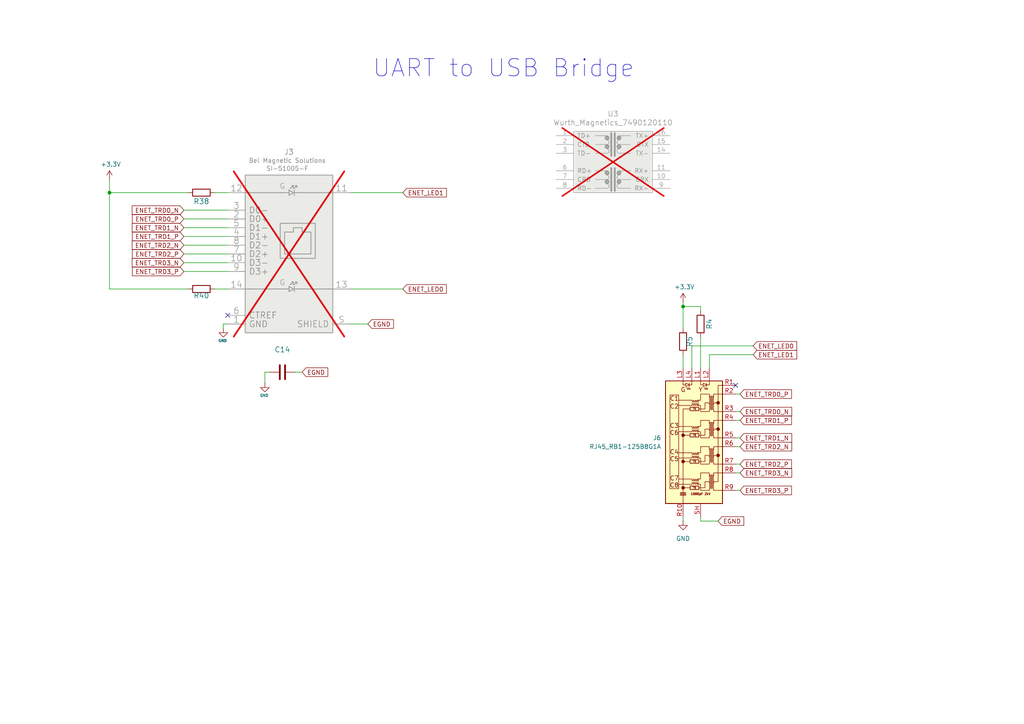
<source format=kicad_sch>
(kicad_sch (version 20231120) (generator "eeschema") (generator_version "8.0")
  (paper "A4")
  (title_block (title "Open Source Educational Baseboard") (date "2020-06-30") (rev "1.1") (company "NVIDIA"))
  (lib_symbols
    (symbol "Connector:RJ45_RB1-125B8G1A" (pin_names hide)
      (property "Reference" "J" (at -7.62 20.32 0))
      (property "Value" "RJ45_RB1-125B8G1A" (at 15.24 20.32 0))
      (symbol "RJ45_RB1-125B8G1A_0_0"
        (circle (center -2.54 -11.938) (radius 0.0001) (stroke (width 0.508)))
        (circle (center -2.54 -4.318) (radius 0.0001) (stroke (width 0.508)))
        (circle (center -2.54 3.302) (radius 0.0001) (stroke (width 0.508)))
        (polyline (pts (xy -0.508 -11.938) (xy -2.54 -11.938)))
        (polyline (pts (xy 0 -10.922) (xy -3.81 -10.922)))
        (polyline (pts (xy 0 -9.398) (xy -3.81 -9.398)))
        (polyline (pts (xy 0 -3.302) (xy -3.81 -3.302)))
        (polyline (pts (xy 0 -1.778) (xy -3.81 -1.778)))
        (polyline (pts (xy 0 4.318) (xy -3.81 4.318)))
        (polyline (pts (xy 0 5.842) (xy -3.81 5.842)))
        (polyline (pts (xy 0 11.938) (xy -3.81 11.938)))
        (polyline (pts (xy 0 13.462) (xy -3.81 13.462)))
        (polyline (pts (xy 6.35 5.08) (xy 7.62 5.08)))
        (polyline (pts (xy 7.62 -2.54) (xy 6.35 -2.54)))
        (polyline (pts (xy 7.62 12.7) (xy 6.35 12.7)))
        (polyline (pts (xy 2.032 -11.938) (xy 3.81 -11.938) (xy 3.81 -10.16) (xy 5.08 -10.16)))
        (polyline (pts (xy 2.032 -4.318) (xy 3.81 -4.318) (xy 3.81 -2.54) (xy 5.08 -2.54)))
        (polyline (pts (xy 2.032 3.302) (xy 3.81 3.302) (xy 3.81 5.08) (xy 5.08 5.08)))
        (polyline (pts (xy 2.032 10.922) (xy 3.81 10.922) (xy 3.81 12.7) (xy 5.08 12.7)))
        (circle (center 7.62 -2.54) (radius 0.0001) (stroke (width 0.508)))
        (circle (center 7.62 5.08) (radius 0.0001) (stroke (width 0.508)))
        (circle (center 7.62 12.7) (radius 0.0001) (stroke (width 0.508)))
        (text "1000pF 2kV" (at 2.54 -13.716 0) (effects (font (size 0.635 0.635))))
        (text "C1" (at -5.08 13.97 0) (effects (font (size 1.27 1.27))))
        (text "C2" (at -5.08 11.684 0) (effects (font (size 1.27 1.27))))
        (text "C3" (at -5.08 6.096 0) (effects (font (size 1.27 1.27))))
        (text "C4" (at -5.08 -1.524 0) (effects (font (size 1.27 1.27))))
        (text "C5" (at -5.08 -3.556 0) (effects (font (size 1.27 1.27))))
        (text "C6" (at -5.08 4.064 0) (effects (font (size 1.27 1.27))))
        (text "C7" (at -5.08 -9.144 0) (effects (font (size 1.27 1.27))))
        (text "C8" (at -5.08 -11.176 0) (effects (font (size 1.27 1.27))))
        (text "G" (at -2.54 16.51 0) (effects (font (size 1.27 1.27))))
        (text "Y" (at 2.54 16.51 0) (effects (font (size 1.27 1.27))))
      )
      (symbol "RJ45_RB1-125B8G1A_0_1"
        (rectangle (start -7.62 19.05) (end 8.89 -16.51) (stroke (width 0.254)) (fill (type background)))
        (rectangle (start -3.81 -12.192) (end -6.35 14.986))
        (rectangle (start -0.508 -12.446) (end 2.032 -11.43) (stroke (width 0.2032)))
        (rectangle (start -0.508 -4.826) (end 2.032 -3.81) (stroke (width 0.2032)))
        (rectangle (start -0.508 2.794) (end 2.032 3.81) (stroke (width 0.2032)))
        (rectangle (start -0.508 10.414) (end 2.032 11.43) (stroke (width 0.2032)))
        (arc (start 0 -9.398) (mid 0.254 -9.6509) (end 0.508 -9.398))
        (arc (start 0 -1.778) (mid 0.254 -2.0309) (end 0.508 -1.778))
        (polyline (pts (xy -3.302 -13.97) (xy -1.778 -13.97)) (stroke (width 0.3302)))
        (polyline (pts (xy -3.302 -13.462) (xy -1.778 -13.462)) (stroke (width 0.3048)))
        (polyline (pts (xy -2.54 -16.51) (xy -2.54 -13.97)))
        (polyline (pts (xy -2.54 3.302) (xy -0.508 3.302)))
        (polyline (pts (xy -1.016 16.637) (xy -1.524 17.145)))
        (polyline (pts (xy -0.762 18.415) (xy -0.762 17.399)))
        (polyline (pts (xy -0.508 -4.318) (xy -2.54 -4.318)))
        (polyline (pts (xy -0.508 16.637) (xy -1.016 17.145)))
        (polyline (pts (xy 0 -10.414) (xy 2.032 -10.414)))
        (polyline (pts (xy 0 -2.794) (xy 2.032 -2.794)))
        (polyline (pts (xy 0 4.826) (xy 2.032 4.826)))
        (polyline (pts (xy 0 12.446) (xy 2.032 12.446)))
        (polyline (pts (xy 2.032 -9.906) (xy 0 -9.906)))
        (polyline (pts (xy 2.032 -2.286) (xy 0 -2.286)))
        (polyline (pts (xy 2.032 5.334) (xy 0 5.334)))
        (polyline (pts (xy 2.032 12.954) (xy 0 12.954)))
        (polyline (pts (xy 4.064 16.637) (xy 3.556 17.145)))
        (polyline (pts (xy 4.318 18.415) (xy 4.318 17.399)))
        (polyline (pts (xy 4.572 16.637) (xy 4.064 17.145)))
        (polyline (pts (xy 5.588 -8.128) (xy 5.588 -12.192)))
        (polyline (pts (xy 5.588 -0.508) (xy 5.588 -4.572)))
        (polyline (pts (xy 5.588 7.112) (xy 5.588 3.048)))
        (polyline (pts (xy 5.588 14.732) (xy 5.588 10.668)))
        (polyline (pts (xy 5.842 -12.192) (xy 5.842 -8.128)))
        (polyline (pts (xy 5.842 -4.572) (xy 5.842 -0.508)))
        (polyline (pts (xy 5.842 3.048) (xy 5.842 7.112)))
        (polyline (pts (xy 5.842 10.668) (xy 5.842 14.732)))
        (polyline (pts (xy -2.54 -13.462) (xy -2.54 10.922) (xy -0.508 10.922)))
        (polyline (pts (xy -2.54 19.05) (xy -2.54 17.907) (xy -1.778 17.907)))
        (polyline (pts (xy -1.016 16.891) (xy -1.016 16.637) (xy -1.27 16.637)))
        (polyline (pts (xy -0.508 16.891) (xy -0.508 16.637) (xy -0.762 16.637)))
        (polyline (pts (xy 0 19.05) (xy 0 17.907) (xy -0.762 17.907)))
        (polyline (pts (xy 2.54 19.05) (xy 2.54 17.907) (xy 3.302 17.907)))
        (polyline (pts (xy 4.064 16.891) (xy 4.064 16.637) (xy 3.81 16.637)))
        (polyline (pts (xy 4.572 16.891) (xy 4.572 16.637) (xy 4.318 16.637)))
        (polyline (pts (xy 5.08 19.05) (xy 5.08 17.907) (xy 4.318 17.907)))
        (polyline (pts (xy 6.35 -12.192) (xy 6.35 -12.7) (xy 8.89 -12.7)))
        (polyline (pts (xy 6.35 -8.128) (xy 6.35 -7.62) (xy 8.89 -7.62)))
        (polyline (pts (xy 6.35 -4.572) (xy 6.35 -5.08) (xy 8.89 -5.08)))
        (polyline (pts (xy 6.35 -0.508) (xy 6.35 0) (xy 8.89 0)))
        (polyline (pts (xy 6.35 3.048) (xy 6.35 2.54) (xy 8.89 2.54)))
        (polyline (pts (xy 6.35 7.112) (xy 6.35 7.62) (xy 8.89 7.62)))
        (polyline (pts (xy 6.35 10.668) (xy 6.35 10.16) (xy 8.89 10.16)))
        (polyline (pts (xy 6.35 14.732) (xy 6.35 15.24) (xy 8.89 15.24)))
        (polyline (pts (xy -0.762 17.907) (xy -1.778 18.415) (xy -1.778 17.399) (xy -0.762 17.907)))
        (polyline (pts (xy 4.318 17.907) (xy 3.302 18.415) (xy 3.302 17.399) (xy 4.318 17.907)))
        (polyline (pts (xy 8.89 17.78) (xy 7.62 17.78) (xy 7.62 -10.16) (xy 6.35 -10.16)))
        (polyline (pts (xy 2.032 -9.398) (xy 2.54 -9.398) (xy 2.54 -7.62) (xy 5.08 -7.62) (xy 5.08 -8.128)))
        (polyline (pts (xy 2.032 -1.778) (xy 2.54 -1.778) (xy 2.54 0) (xy 5.08 0) (xy 5.08 -0.508)))
        (polyline (pts (xy 2.032 5.842) (xy 2.54 5.842) (xy 2.54 7.62) (xy 5.08 7.62) (xy 5.08 7.112)))
        (polyline (pts (xy 2.032 13.462) (xy 2.54 13.462) (xy 2.54 15.24) (xy 5.08 15.24) (xy 5.08 14.732)))
        (polyline (pts (xy 5.08 -12.192) (xy 5.08 -12.7) (xy 2.54 -12.7) (xy 2.54 -10.922) (xy 2.032 -10.922)))
        (polyline (pts (xy 5.08 -4.572) (xy 5.08 -5.08) (xy 2.54 -5.08) (xy 2.54 -3.302) (xy 2.032 -3.302)))
        (polyline (pts (xy 5.08 3.048) (xy 5.08 2.54) (xy 2.54 2.54) (xy 2.54 4.318) (xy 2.032 4.318)))
        (polyline (pts (xy 5.08 10.668) (xy 5.08 10.16) (xy 2.54 10.16) (xy 2.54 11.938) (xy 2.032 11.938)))
        (arc (start 0 5.842) (mid 0.254 5.5891) (end 0.508 5.842))
        (arc (start 0 13.462) (mid 0.254 13.2091) (end 0.508 13.462))
        (arc (start 0.508 -10.922) (mid 0.254 -10.6691) (end 0 -10.922))
        (arc (start 0.508 -9.398) (mid 0.762 -9.6509) (end 1.016 -9.398))
        (arc (start 0.508 -3.302) (mid 0.254 -3.0491) (end 0 -3.302))
        (arc (start 0.508 -1.778) (mid 0.762 -2.0309) (end 1.016 -1.778))
        (arc (start 0.508 4.318) (mid 0.254 4.5709) (end 0 4.318))
        (arc (start 0.508 5.842) (mid 0.762 5.5891) (end 1.016 5.842))
        (arc (start 0.508 11.938) (mid 0.254 12.1909) (end 0 11.938))
        (arc (start 0.508 13.462) (mid 0.762 13.2091) (end 1.016 13.462))
        (arc (start 1.016 -10.922) (mid 0.762 -10.6691) (end 0.508 -10.922))
        (arc (start 1.016 -9.398) (mid 1.27 -9.6509) (end 1.524 -9.398))
        (arc (start 1.016 -3.302) (mid 0.762 -3.0491) (end 0.508 -3.302))
        (arc (start 1.016 -1.778) (mid 1.27 -2.0309) (end 1.524 -1.778))
        (arc (start 1.016 4.318) (mid 0.762 4.5709) (end 0.508 4.318))
        (arc (start 1.016 5.842) (mid 1.27 5.5891) (end 1.524 5.842))
        (arc (start 1.016 11.938) (mid 0.762 12.1909) (end 0.508 11.938))
        (arc (start 1.016 13.462) (mid 1.27 13.2091) (end 1.524 13.462))
        (arc (start 1.524 -10.922) (mid 1.27 -10.6691) (end 1.016 -10.922))
        (arc (start 1.524 -9.398) (mid 1.778 -9.6509) (end 2.032 -9.398))
        (arc (start 1.524 -3.302) (mid 1.27 -3.0491) (end 1.016 -3.302))
        (arc (start 1.524 -1.778) (mid 1.778 -2.0309) (end 2.032 -1.778))
        (arc (start 1.524 4.318) (mid 1.27 4.5709) (end 1.016 4.318))
        (arc (start 1.524 5.842) (mid 1.778 5.5891) (end 2.032 5.842))
        (arc (start 1.524 11.938) (mid 1.27 12.1909) (end 1.016 11.938))
        (arc (start 1.524 13.462) (mid 1.778 13.2091) (end 2.032 13.462))
        (circle (center 1.778 -10.9474) (radius 0.0762) (stroke (width 0.0254)) (fill (type outline)))
        (circle (center 1.778 -9.3726) (radius 0.0762) (stroke (width 0.0254)) (fill (type outline)))
        (circle (center 1.778 -3.3274) (radius 0.0762) (stroke (width 0.0254)) (fill (type outline)))
        (circle (center 1.778 -1.7526) (radius 0.0762) (stroke (width 0.0254)) (fill (type outline)))
        (circle (center 1.778 4.2926) (radius 0.0762) (stroke (width 0.0254)) (fill (type outline)))
        (circle (center 1.778 5.8674) (radius 0.0762) (stroke (width 0.0254)) (fill (type outline)))
        (circle (center 1.778 11.9126) (radius 0.0762) (stroke (width 0.0254)) (fill (type outline)))
        (circle (center 1.778 13.4874) (radius 0.0762) (stroke (width 0.0254)) (fill (type outline)))
        (arc (start 2.032 -10.922) (mid 1.778 -10.6691) (end 1.524 -10.922))
        (arc (start 2.032 -3.302) (mid 1.778 -3.0491) (end 1.524 -3.302))
        (arc (start 2.032 4.318) (mid 1.778 4.5709) (end 1.524 4.318))
        (arc (start 2.032 11.938) (mid 1.778 12.1909) (end 1.524 11.938))
        (circle (center 5.0546 -10.414) (radius 0.0762) (stroke (width 0.0254)) (fill (type outline)))
        (circle (center 5.0546 -8.382) (radius 0.0762) (stroke (width 0.0254)) (fill (type outline)))
        (circle (center 5.0546 -2.794) (radius 0.0762) (stroke (width 0.0254)) (fill (type outline)))
        (circle (center 5.0546 -0.762) (radius 0.0762) (stroke (width 0.0254)) (fill (type outline)))
        (circle (center 5.0546 4.826) (radius 0.0762) (stroke (width 0.0254)) (fill (type outline)))
        (circle (center 5.0546 6.858) (radius 0.0762) (stroke (width 0.0254)) (fill (type outline)))
        (circle (center 5.0546 12.446) (radius 0.0762) (stroke (width 0.0254)) (fill (type outline)))
        (circle (center 5.0546 14.478) (radius 0.0762) (stroke (width 0.0254)) (fill (type outline)))
        (arc (start 5.08 -12.192) (mid 5.3329 -11.938) (end 5.08 -11.684))
        (arc (start 5.08 -11.684) (mid 5.3328 -11.43) (end 5.08 -11.176))
        (arc (start 5.08 -11.176) (mid 5.3329 -10.922) (end 5.08 -10.668))
        (arc (start 5.08 -10.668) (mid 5.3329 -10.414) (end 5.08 -10.16))
        (arc (start 5.08 -10.16) (mid 5.3329 -9.906) (end 5.08 -9.652))
        (arc (start 5.08 -9.652) (mid 5.3329 -9.398) (end 5.08 -9.144))
        (arc (start 5.08 -9.144) (mid 5.3328 -8.89) (end 5.08 -8.636))
        (arc (start 5.08 -8.636) (mid 5.3329 -8.382) (end 5.08 -8.128))
        (arc (start 5.08 -4.572) (mid 5.3329 -4.318) (end 5.08 -4.064))
        (arc (start 5.08 -4.064) (mid 5.3328 -3.81) (end 5.08 -3.556))
        (arc (start 5.08 -3.556) (mid 5.3329 -3.302) (end 5.08 -3.048))
        (arc (start 5.08 -3.048) (mid 5.3329 -2.794) (end 5.08 -2.54))
        (arc (start 5.08 -2.54) (mid 5.3329 -2.286) (end 5.08 -2.032))
        (arc (start 5.08 -2.032) (mid 5.3329 -1.778) (end 5.08 -1.524))
        (arc (start 5.08 -1.524) (mid 5.3328 -1.27) (end 5.08 -1.016))
        (arc (start 5.08 -1.016) (mid 5.3329 -0.762) (end 5.08 -0.508))
        (arc (start 5.08 3.048) (mid 5.3329 3.302) (end 5.08 3.556))
        (arc (start 5.08 3.556) (mid 5.3328 3.81) (end 5.08 4.064))
        (arc (start 5.08 4.064) (mid 5.3329 4.318) (end 5.08 4.572))
        (arc (start 5.08 4.572) (mid 5.3329 4.826) (end 5.08 5.08))
        (arc (start 5.08 5.08) (mid 5.3329 5.334) (end 5.08 5.588))
        (arc (start 5.08 5.588) (mid 5.3329 5.842) (end 5.08 6.096))
        (arc (start 5.08 6.096) (mid 5.3328 6.35) (end 5.08 6.604))
        (arc (start 5.08 6.604) (mid 5.3329 6.858) (end 5.08 7.112))
        (arc (start 5.08 10.668) (mid 5.3329 10.922) (end 5.08 11.176))
        (arc (start 5.08 11.176) (mid 5.3328 11.43) (end 5.08 11.684))
        (arc (start 5.08 11.684) (mid 5.3329 11.938) (end 5.08 12.192))
        (arc (start 5.08 12.192) (mid 5.3329 12.446) (end 5.08 12.7))
        (arc (start 5.08 12.7) (mid 5.3329 12.954) (end 5.08 13.208))
        (arc (start 5.08 13.208) (mid 5.3329 13.462) (end 5.08 13.716))
        (arc (start 5.08 13.716) (mid 5.3328 13.97) (end 5.08 14.224))
        (arc (start 5.08 14.224) (mid 5.3329 14.478) (end 5.08 14.732))
        (arc (start 6.35 -11.684) (mid 6.0971 -11.938) (end 6.35 -12.192))
        (arc (start 6.35 -11.176) (mid 6.0971 -11.43) (end 6.35 -11.684))
        (arc (start 6.35 -10.668) (mid 6.0971 -10.922) (end 6.35 -11.176))
        (arc (start 6.35 -10.16) (mid 6.0971 -10.414) (end 6.35 -10.668))
        (arc (start 6.35 -9.652) (mid 6.0971 -9.906) (end 6.35 -10.16))
        (arc (start 6.35 -9.144) (mid 6.0971 -9.398) (end 6.35 -9.652))
        (arc (start 6.35 -8.636) (mid 6.0971 -8.89) (end 6.35 -9.144))
        (arc (start 6.35 -8.128) (mid 6.0971 -8.382) (end 6.35 -8.636))
        (arc (start 6.35 -4.064) (mid 6.0971 -4.318) (end 6.35 -4.572))
        (arc (start 6.35 -3.556) (mid 6.0971 -3.81) (end 6.35 -4.064))
        (arc (start 6.35 -3.048) (mid 6.0971 -3.302) (end 6.35 -3.556))
        (arc (start 6.35 -2.54) (mid 6.0971 -2.794) (end 6.35 -3.048))
        (arc (start 6.35 -2.032) (mid 6.0971 -2.286) (end 6.35 -2.54))
        (arc (start 6.35 -1.524) (mid 6.0971 -1.778) (end 6.35 -2.032))
        (arc (start 6.35 -1.016) (mid 6.0971 -1.27) (end 6.35 -1.524))
        (arc (start 6.35 -0.508) (mid 6.0971 -0.762) (end 6.35 -1.016))
        (arc (start 6.35 3.556) (mid 6.0971 3.302) (end 6.35 3.048))
        (arc (start 6.35 4.064) (mid 6.0971 3.81) (end 6.35 3.556))
        (arc (start 6.35 4.572) (mid 6.0971 4.318) (end 6.35 4.064))
        (arc (start 6.35 5.08) (mid 6.0971 4.826) (end 6.35 4.572))
        (arc (start 6.35 5.588) (mid 6.0971 5.334) (end 6.35 5.08))
        (arc (start 6.35 6.096) (mid 6.0971 5.842) (end 6.35 5.588))
        (arc (start 6.35 6.604) (mid 6.0971 6.35) (end 6.35 6.096))
        (arc (start 6.35 7.112) (mid 6.0971 6.858) (end 6.35 6.604))
        (arc (start 6.35 11.176) (mid 6.0971 10.922) (end 6.35 10.668))
        (arc (start 6.35 11.684) (mid 6.0971 11.43) (end 6.35 11.176))
        (arc (start 6.35 12.192) (mid 6.0971 11.938) (end 6.35 11.684))
        (arc (start 6.35 12.7) (mid 6.0971 12.446) (end 6.35 12.192))
        (arc (start 6.35 13.208) (mid 6.0971 12.954) (end 6.35 12.7))
        (arc (start 6.35 13.716) (mid 6.0971 13.462) (end 6.35 13.208))
        (arc (start 6.35 14.224) (mid 6.0971 13.97) (end 6.35 13.716))
        (arc (start 6.35 14.732) (mid 6.0971 14.478) (end 6.35 14.224))
        (circle (center 6.3754 -10.414) (radius 0.0762) (stroke (width 0.0254)) (fill (type outline)))
        (circle (center 6.3754 -8.382) (radius 0.0762) (stroke (width 0.0254)) (fill (type outline)))
        (circle (center 6.3754 -2.794) (radius 0.0762) (stroke (width 0.0254)) (fill (type outline)))
        (circle (center 6.3754 -0.762) (radius 0.0762) (stroke (width 0.0254)) (fill (type outline)))
        (circle (center 6.3754 4.826) (radius 0.0762) (stroke (width 0.0254)) (fill (type outline)))
        (circle (center 6.3754 6.858) (radius 0.0762) (stroke (width 0.0254)) (fill (type outline)))
        (circle (center 6.3754 12.446) (radius 0.0762) (stroke (width 0.0254)) (fill (type outline)))
        (circle (center 6.3754 14.478) (radius 0.0762) (stroke (width 0.0254)) (fill (type outline)))
        (pin power_in line (at -2.54 -20.32 90) (length 3.81) (name "GND") (number "R10"))
      )
      (symbol "RJ45_RB1-125B8G1A_1_0"
        (text "75" (at 0.762 -11.938 0) (effects (font (size 0.508 0.508))))
        (text "75" (at 0.762 -4.318 0) (effects (font (size 0.508 0.508))))
        (text "75" (at 0.762 3.302 0) (effects (font (size 0.508 0.508))))
        (text "75" (at 0.762 10.922 0) (effects (font (size 0.508 0.508))))
      )
      (symbol "RJ45_RB1-125B8G1A_1_1"
        (pin passive line (at 2.54 22.86 270) (length 3.81) (name "~") (number "L1"))
        (pin passive line (at 5.08 22.86 270) (length 3.81) (name "~") (number "L2"))
        (pin passive line (at -2.54 22.86 270) (length 3.81) (name "~") (number "L3"))
        (pin passive line (at 0 22.86 270) (length 3.81) (name "~") (number "L4"))
        (pin passive line (at 12.7 17.78 180) (length 3.81) (name "CT") (number "R1"))
        (pin passive line (at 12.7 15.24 180) (length 3.81) (name "TD1+") (number "R2"))
        (pin passive line (at 12.7 10.16 180) (length 3.81) (name "TD1-") (number "R3"))
        (pin passive line (at 12.7 7.62 180) (length 3.81) (name "TD2+") (number "R4"))
        (pin passive line (at 12.7 2.54 180) (length 3.81) (name "TD2-") (number "R5"))
        (pin passive line (at 12.7 0 180) (length 3.81) (name "TD3+") (number "R6"))
        (pin passive line (at 12.7 -5.08 180) (length 3.81) (name "TD3-") (number "R7"))
        (pin passive line (at 12.7 -7.62 180) (length 3.81) (name "TD4+") (number "R8"))
        (pin passive line (at 12.7 -12.7 180) (length 3.81) (name "TD4-") (number "R9"))
        (pin passive line (at 2.54 -20.32 90) (length 3.81) (name "SH") (number "SH"))
      )
    )
    (symbol "FS-Ethernet:Wurth_Magnetics_7490120110" (pin_names (offset 1.016))
      (property "Reference" "U" (at 0 -10.16 0))
      (property "Value" "Wurth_Magnetics_7490120110" (at 0 10.16 0))
      (symbol "Wurth_Magnetics_7490120110_0_1"
        (rectangle (start -11.43 8.89) (end 11.43 -8.89) (fill (type background)))
        (arc (start -1.778 -7.62) (mid -1.1457 -6.985) (end -1.778 -6.35))
        (arc (start -1.778 -6.35) (mid -1.1457 -5.715) (end -1.778 -5.08))
        (circle (center -1.778 -5.715) (radius 0.127) (stroke (width 0.508)))
        (arc (start -1.778 -5.08) (mid -1.1457 -4.445) (end -1.778 -3.81))
        (arc (start -1.778 -3.81) (mid -1.1457 -3.175) (end -1.778 -2.54))
        (circle (center -1.778 -3.175) (radius 0.127) (stroke (width 0.508)))
        (arc (start -1.778 2.54) (mid -1.1457 3.175) (end -1.778 3.81))
        (arc (start -1.778 3.81) (mid -1.1457 4.445) (end -1.778 5.08))
        (circle (center -1.778 4.445) (radius 0.127) (stroke (width 0.508)))
        (arc (start -1.778 5.08) (mid -1.1457 5.715) (end -1.778 6.35))
        (arc (start -1.778 6.35) (mid -1.1457 6.985) (end -1.778 7.62))
        (circle (center -1.778 6.985) (radius 0.127) (stroke (width 0.508)))
        (polyline (pts (xy -5.08 -2.54) (xy -1.778 -2.54)))
        (polyline (pts (xy -5.08 7.62) (xy -1.778 7.62)))
        (polyline (pts (xy -1.778 -7.62) (xy -5.08 -7.62)))
        (polyline (pts (xy -1.778 -5.08) (xy -5.08 -5.08)))
        (polyline (pts (xy -1.778 2.54) (xy -5.08 2.54)))
        (polyline (pts (xy -1.778 5.08) (xy -5.08 5.08)))
        (polyline (pts (xy -0.508 -1.778) (xy -0.508 -8.382)) (stroke (width 0.508)))
        (polyline (pts (xy -0.508 8.382) (xy -0.508 1.778)) (stroke (width 0.508)))
        (polyline (pts (xy 0.508 -8.382) (xy 0.508 -1.778)) (stroke (width 0.508)))
        (polyline (pts (xy 0.508 1.778) (xy 0.508 8.382)) (stroke (width 0.508)))
        (polyline (pts (xy 1.778 -7.62) (xy 5.08 -7.62)))
        (polyline (pts (xy 1.778 -5.08) (xy 5.08 -5.08)))
        (polyline (pts (xy 1.778 -2.54) (xy 5.08 -2.54)))
        (polyline (pts (xy 1.778 2.54) (xy 5.08 2.54)))
        (polyline (pts (xy 1.778 5.08) (xy 5.08 5.08)))
        (polyline (pts (xy 1.778 7.62) (xy 5.08 7.62)))
        (arc (start 1.778 -6.35) (mid 1.1457 -6.985) (end 1.778 -7.62))
        (circle (center 1.778 -5.715) (radius 0.127) (stroke (width 0.508)))
        (arc (start 1.778 -5.08) (mid 1.1457 -5.715) (end 1.778 -6.35))
        (arc (start 1.778 -3.81) (mid 1.1457 -4.445) (end 1.778 -5.08))
        (circle (center 1.778 -3.175) (radius 0.127) (stroke (width 0.508)))
        (arc (start 1.778 -2.54) (mid 1.1457 -3.175) (end 1.778 -3.81))
        (arc (start 1.778 3.81) (mid 1.1457 3.175) (end 1.778 2.54))
        (circle (center 1.778 4.445) (radius 0.127) (stroke (width 0.508)))
        (arc (start 1.778 5.08) (mid 1.1457 4.445) (end 1.778 3.81))
        (arc (start 1.778 6.35) (mid 1.1457 5.715) (end 1.778 5.08))
        (circle (center 1.778 6.985) (radius 0.127) (stroke (width 0.508)))
        (arc (start 1.778 7.62) (mid 1.1457 6.985) (end 1.778 6.35))
      )
      (symbol "Wurth_Magnetics_7490120110_1_1"
        (pin passive line (at -16.51 7.62 0) (length 5.08) (name "TD+") (number "1"))
        (pin passive line (at 16.51 -5.08 180) (length 5.08) (name "CRX") (number "10"))
        (pin passive line (at 16.51 -2.54 180) (length 5.08) (name "RX+") (number "11"))
        (pin no_connect line (at 11.43 -1.27 180) (length 2.54) hide (name "NC") (number "12"))
        (pin no_connect line (at 11.43 1.27 180) (length 2.54) hide (name "NC") (number "13"))
        (pin passive line (at 16.51 2.54 180) (length 5.08) (name "TX-") (number "14"))
        (pin passive line (at 16.51 5.08 180) (length 5.08) (name "CTX") (number "15"))
        (pin passive line (at 16.51 7.62 180) (length 5.08) (name "TX+") (number "16"))
        (pin passive line (at -16.51 5.08 0) (length 5.08) (name "CTD") (number "2"))
        (pin passive line (at -16.51 2.54 0) (length 5.08) (name "TD-") (number "3"))
        (pin no_connect line (at -11.43 1.27 0) (length 2.54) hide (name "NC") (number "4"))
        (pin no_connect line (at -11.43 -1.27 0) (length 2.54) hide (name "NC") (number "5"))
        (pin passive line (at -16.51 -2.54 0) (length 5.08) (name "RD+") (number "6"))
        (pin passive line (at -16.51 -5.08 0) (length 5.08) (name "CRD") (number "7"))
        (pin passive line (at -16.51 -7.62 0) (length 5.08) (name "RD-") (number "8"))
        (pin passive line (at 16.51 -7.62 180) (length 5.08) (name "RX-") (number "9"))
      )
    )
    (symbol "GND_1" (power) (pin_numbers hide) (pin_names (offset 0) hide)
      (property "Value" "GND" (at 0 -3.81 0))
      (symbol "GND_1_0_1"
        (polyline (pts (xy 0 0) (xy 0 -1.27) (xy 1.27 -1.27) (xy 0 -2.54) (xy -1.27 -1.27) (xy 0 -1.27)))
      )
      (symbol "GND_1_1_1"
        (pin power_in line (at 0 0 270) (length 0) (name "~") (number "1"))
      )
    )
    (symbol "jetson-nano-baseboard:C_100p_0402" (pin_names (offset 0))
      (property "Reference" "C" (at -1.397 3.429 0))
      (property "Val" "100p" (at 0 -2.54 0))
      (symbol "C_100p_0402_1_1"
        (polyline (pts (xy -2.032 -0.762) (xy 2.032 -0.762)) (stroke (width 0.508)))
        (polyline (pts (xy -2.032 0.762) (xy 2.032 0.762)) (stroke (width 0.508)))
        (pin passive line (at 0 3.81 270) (length 2.794) (name "~") (number "1"))
        (pin passive line (at 0 -3.81 90) (length 2.794) (name "~") (number "2"))
      )
    )
    (symbol "jetson-nano-baseboard:GND" (power) (pin_names (offset 0))
      (property "Value" "GND" (at 0 -3.81 0))
      (symbol "GND_0_1"
        (polyline (pts (xy 0 0) (xy 0 -1.27) (xy 1.27 -1.27) (xy 0 -2.54) (xy -1.27 -1.27) (xy 0 -1.27)))
      )
      (symbol "GND_1_1"
        (pin power_in line (at 0 0 270) (length 0) hide (name "GND") (number "1"))
      )
    )
    (symbol "jetson-nano-baseboard:R_220R_0402" (pin_names (offset 0))
      (property "Reference" "R" (at -1.397 3.429 0))
      (property "Val" "220R" (at 0 -2.54 0))
      (symbol "R_220R_0402_1_1"
        (rectangle (start 2.54 -1.016) (end -2.54 1.016) (stroke (width 0.254)))
        (pin passive line (at -3.81 0 0) (length 1.27) (name "~") (number "1"))
        (pin passive line (at 3.81 0 180) (length 1.27) (name "~") (number "2"))
      )
    )
    (symbol "jetson-nano-baseboard:SI-51005-F" (pin_names (offset 1.016))
      (property "Reference" "J" (at -12.7 33.02 0))
      (property "Value" "SI-51005-F" (at 3.81 -19.05 0))
      (symbol "SI-51005-F_0_1"
        (rectangle (start -12.7 -17.78) (end 12.7 27.94) (stroke (width 0.254)) (fill (type background)))
        (polyline (pts (xy -12.7 22.86) (xy -2.54 22.86)) (stroke (width 0.254)))
        (polyline (pts (xy -2.54 -5.08) (xy -12.7 -5.08)) (stroke (width 0.254)))
        (polyline (pts (xy -2.54 -5.08) (xy 0 -5.08)) (stroke (width 0.254)))
        (polyline (pts (xy -2.54 22.86) (xy 0 22.86)) (stroke (width 0.254)))
        (polyline (pts (xy 1.27 -3.048) (xy 1.27 -3.556)) (stroke (width 0.254)))
        (polyline (pts (xy 1.27 24.892) (xy 1.27 24.384)) (stroke (width 0.254)))
        (polyline (pts (xy 1.524 -4.318) (xy 1.524 -5.842)) (stroke (width 0.254)))
        (polyline (pts (xy 1.524 23.622) (xy 1.524 22.098)) (stroke (width 0.254)))
        (polyline (pts (xy 1.778 -5.08) (xy 4.064 -5.08)) (stroke (width 0.254)))
        (polyline (pts (xy 1.778 22.86) (xy 4.064 22.86)) (stroke (width 0.254)))
        (polyline (pts (xy 2.286 -3.048) (xy 2.286 -3.556)) (stroke (width 0.254)))
        (polyline (pts (xy 2.286 24.892) (xy 2.286 24.384)) (stroke (width 0.254)))
        (polyline (pts (xy 3.81 -5.08) (xy 12.7 -5.08)) (stroke (width 0.254)))
        (polyline (pts (xy 3.81 22.86) (xy 12.7 22.86)) (stroke (width 0.254)))
        (polyline (pts (xy 0.254 -3.81) (xy 0.508 -3.81) (xy 1.27 -3.048) (xy 0.762 -3.048)) (stroke (width 0.254)))
        (polyline (pts (xy 0.254 24.13) (xy 0.508 24.13) (xy 1.27 24.892) (xy 0.762 24.892)) (stroke (width 0.254)))
        (polyline (pts (xy 1.27 -5.08) (xy 0 -4.318) (xy 0 -5.842) (xy 1.27 -5.08)) (stroke (width 0.254)))
        (polyline (pts (xy 1.27 -3.81) (xy 1.524 -3.81) (xy 2.286 -3.048) (xy 1.778 -3.048)) (stroke (width 0.254)))
        (polyline (pts (xy 1.27 22.86) (xy 0 23.622) (xy 0 22.098) (xy 1.27 22.86)) (stroke (width 0.254)))
        (polyline (pts (xy 1.27 24.13) (xy 1.524 24.13) (xy 2.286 24.892) (xy 1.778 24.892)) (stroke (width 0.254)))
        (polyline (pts (xy -2.54 13.97) (xy -2.54 3.81) (xy 7.62 3.81) (xy 7.62 13.97) (xy -2.54 13.97)) (stroke (width 0.254)))
        (polyline (pts (xy -1.27 11.43) (xy -1.27 5.08) (xy 6.35 5.08) (xy 6.35 11.43) (xy 3.81 11.43) (xy 3.81 12.7) (xy 1.27 12.7) (xy 1.27 11.43) (xy -1.27 11.43)) (stroke (width 0.254)))
        (pin passive line (at -17.78 -15.24 0) (length 5.08) (name "GND") (number "1"))
        (pin passive line (at -17.78 2.54 0) (length 5.08) (name "D3-") (number "10"))
        (pin passive line (at 17.78 22.86 180) (length 5.08) (name "11") (number "11"))
        (pin passive line (at -17.78 22.86 0) (length 5.08) (name "12") (number "12"))
        (pin passive line (at 17.78 -5.08 180) (length 5.08) (name "13") (number "13"))
        (pin passive line (at -17.78 -5.08 0) (length 5.08) (name "14") (number "14"))
        (pin passive line (at -17.78 15.24 0) (length 5.08) (name "D0+") (number "2"))
        (pin passive line (at -17.78 17.78 0) (length 5.08) (name "D0-") (number "3"))
        (pin passive line (at -17.78 10.16 0) (length 5.08) (name "D1+") (number "4"))
        (pin passive line (at -17.78 12.7 0) (length 5.08) (name "D1-") (number "5"))
        (pin passive line (at -17.78 -12.7 0) (length 5.08) (name "CTREF") (number "6"))
        (pin passive line (at -17.78 5.08 0) (length 5.08) (name "D2+") (number "7"))
        (pin passive line (at -17.78 7.62 0) (length 5.08) (name "D2-") (number "8"))
        (pin passive line (at -17.78 0 0) (length 5.08) (name "D3+") (number "9"))
        (pin passive line (at 17.78 -15.24 180) (length 5.08) (name "SHIELD") (number "S"))
      )
      (symbol "SI-51005-F_1_1"
        (text "G" (at -2.794 -4.064 0) (effects (font (size 1.524 1.524)) (justify left bottom)))
        (text "G" (at -2.794 23.876 0) (effects (font (size 1.524 1.524)) (justify left bottom)))
      )
    )
    (symbol "power:+3.3V" (power) (pin_names (offset 0))
      (property "Value" "+3.3V" (at 0 3.556 0))
      (symbol "+3.3V_0_1"
        (polyline (pts (xy -0.762 1.27) (xy 0 2.54)))
        (polyline (pts (xy 0 0) (xy 0 2.54)))
        (polyline (pts (xy 0 2.54) (xy 0.762 1.27)))
      )
      (symbol "+3.3V_1_1"
        (pin power_in line (at 0 0 90) (length 0) hide (name "+3.3V") (number "1"))
      )
    )
  )
  (junction (at 198.12 88.9))
  (junction (at 31.75 55.88))
  (no_connect (at 213.36 111.76))
  (no_connect (at 66.04 91.44))
  (wire (pts (xy 203.2 149.86) (xy 203.2 151.13)))
  (wire (pts (xy 213.36 137.16) (xy 214.63 137.16)))
  (wire (pts (xy 203.2 97.79) (xy 203.2 106.68)))
  (wire (pts (xy 203.2 90.17) (xy 203.2 88.9)))
  (wire (pts (xy 85.725 107.95) (xy 87.63 107.95)))
  (wire (pts (xy 64.77 93.98) (xy 64.77 95.25)))
  (wire (pts (xy 31.75 55.88) (xy 31.75 52.07)))
  (wire (pts (xy 53.34 76.2) (xy 66.04 76.2)))
  (wire (pts (xy 53.34 68.58) (xy 66.04 68.58)))
  (wire (pts (xy 213.36 134.62) (xy 214.63 134.62)))
  (wire (pts (xy 198.12 102.87) (xy 198.12 106.68)))
  (wire (pts (xy 31.75 83.82) (xy 31.75 55.88)))
  (wire (pts (xy 198.12 88.9) (xy 203.2 88.9)))
  (wire (pts (xy 78.105 107.95) (xy 76.835 107.95)))
  (wire (pts (xy 205.74 102.87) (xy 218.44 102.87)))
  (wire (pts (xy 200.66 100.33) (xy 200.66 106.68)))
  (wire (pts (xy 53.34 78.74) (xy 66.04 78.74)))
  (wire (pts (xy 101.6 55.88) (xy 116.84 55.88)))
  (wire (pts (xy 205.74 102.87) (xy 205.74 106.68)))
  (wire (pts (xy 31.75 83.82) (xy 54.61 83.82)))
  (wire (pts (xy 66.04 83.82) (xy 62.23 83.82)))
  (wire (pts (xy 31.75 55.88) (xy 54.61 55.88)))
  (wire (pts (xy 198.12 87.63) (xy 198.12 88.9)))
  (wire (pts (xy 213.36 129.54) (xy 214.63 129.54)))
  (wire (pts (xy 53.34 66.04) (xy 66.04 66.04)))
  (wire (pts (xy 213.36 127) (xy 214.63 127)))
  (wire (pts (xy 101.6 83.82) (xy 116.84 83.82)))
  (wire (pts (xy 213.36 119.38) (xy 214.63 119.38)))
  (wire (pts (xy 53.34 73.66) (xy 66.04 73.66)))
  (wire (pts (xy 66.04 60.96) (xy 53.34 60.96)))
  (wire (pts (xy 213.36 142.24) (xy 214.63 142.24)))
  (wire (pts (xy 76.835 107.95) (xy 76.835 111.125)))
  (wire (pts (xy 203.2 151.13) (xy 208.28 151.13)))
  (wire (pts (xy 213.36 114.3) (xy 214.63 114.3)))
  (wire (pts (xy 66.04 55.88) (xy 62.23 55.88)))
  (wire (pts (xy 213.36 121.92) (xy 214.63 121.92)))
  (wire (pts (xy 53.34 71.12) (xy 66.04 71.12)))
  (wire (pts (xy 66.04 63.5) (xy 53.34 63.5)))
  (wire (pts (xy 101.6 93.98) (xy 106.68 93.98)))
  (wire (pts (xy 66.04 93.98) (xy 64.77 93.98)))
  (wire (pts (xy 200.66 100.33) (xy 218.44 100.33)))
  (wire (pts (xy 198.12 149.86) (xy 198.12 151.13)))
  (wire (pts (xy 198.12 88.9) (xy 198.12 95.25)))
  (text "UART to USB Bridge" (at 107.95 22.86 0) (effects (font (size 5.0038 5.0038)) (justify left bottom)))
  (global_label "ENET_TRD1_N" (shape input) (at 214.63 127 0) (property "Intersheetrefs" "${INTERSHEET_REFS}" (effects (hide yes))))
  (global_label "ENET_TRD3_P" (shape input) (at 53.34 78.74 180) (property "Intersheetrefs" "${INTERSHEET_REFS}" (effects (hide yes))))
  (global_label "ENET_LED0" (shape input) (at 218.44 100.33 0) (property "Intersheetrefs" "${INTERSHEET_REFS}" (effects (hide yes))))
  (global_label "ENET_TRD1_P" (shape input) (at 214.63 121.92 0) (property "Intersheetrefs" "${INTERSHEET_REFS}" (effects (hide yes))))
  (global_label "EGND" (shape input) (at 87.63 107.95 0) (property "Intersheetrefs" "${INTERSHEET_REFS}" (effects (hide yes))))
  (global_label "ENET_TRD0_P" (shape input) (at 214.63 114.3 0) (property "Intersheetrefs" "${INTERSHEET_REFS}" (effects (hide yes))))
  (global_label "ENET_LED1" (shape input) (at 218.44 102.87 0) (property "Intersheetrefs" "${INTERSHEET_REFS}" (effects (hide yes))))
  (global_label "ENET_LED1" (shape input) (at 116.84 55.88 0) (property "Intersheetrefs" "${INTERSHEET_REFS}" (effects (hide yes))))
  (global_label "ENET_LED0" (shape input) (at 116.84 83.82 0) (property "Intersheetrefs" "${INTERSHEET_REFS}" (effects (hide yes))))
  (global_label "ENET_TRD1_N" (shape input) (at 53.34 66.04 180) (property "Intersheetrefs" "${INTERSHEET_REFS}" (effects (hide yes))))
  (global_label "EGND" (shape input) (at 208.28 151.13 0) (property "Intersheetrefs" "${INTERSHEET_REFS}" (effects (hide yes))))
  (global_label "ENET_TRD3_N" (shape input) (at 53.34 76.2 180) (property "Intersheetrefs" "${INTERSHEET_REFS}" (effects (hide yes))))
  (global_label "ENET_TRD2_N" (shape input) (at 214.63 129.54 0) (property "Intersheetrefs" "${INTERSHEET_REFS}" (effects (hide yes))))
  (global_label "ENET_TRD2_P" (shape input) (at 214.63 134.62 0) (property "Intersheetrefs" "${INTERSHEET_REFS}" (effects (hide yes))))
  (global_label "ENET_TRD0_N" (shape input) (at 214.63 119.38 0) (property "Intersheetrefs" "${INTERSHEET_REFS}" (effects (hide yes))))
  (global_label "ENET_TRD0_P" (shape input) (at 53.34 63.5 180) (property "Intersheetrefs" "${INTERSHEET_REFS}" (effects (hide yes))))
  (global_label "ENET_TRD3_N" (shape input) (at 214.63 137.16 0) (property "Intersheetrefs" "${INTERSHEET_REFS}" (effects (hide yes))))
  (global_label "ENET_TRD1_P" (shape input) (at 53.34 68.58 180) (property "Intersheetrefs" "${INTERSHEET_REFS}" (effects (hide yes))))
  (global_label "ENET_TRD3_P" (shape input) (at 214.63 142.24 0) (property "Intersheetrefs" "${INTERSHEET_REFS}" (effects (hide yes))))
  (global_label "ENET_TRD2_P" (shape input) (at 53.34 73.66 180) (property "Intersheetrefs" "${INTERSHEET_REFS}" (effects (hide yes))))
  (global_label "ENET_TRD0_N" (shape input) (at 53.34 60.96 180) (property "Intersheetrefs" "${INTERSHEET_REFS}" (effects (hide yes))))
  (global_label "ENET_TRD2_N" (shape input) (at 53.34 71.12 180) (property "Intersheetrefs" "${INTERSHEET_REFS}" (effects (hide yes))))
  (global_label "EGND" (shape input) (at 106.68 93.98 0) (property "Intersheetrefs" "${INTERSHEET_REFS}" (effects (hide yes))))
  (symbol (lib_id "jetson-nano-baseboard:R_220R_0402") (at 203.2 93.98 270) (unit 1)
    (property "Reference" "R4" (at 205.74 93.98 0) (effects (font (size 1.524 1.524))))
    (property "Value" "220R" (effects (hide yes)))
    (property "Footprint" "Resistor_SMD:R_0402_1005Metric" (effects (hide yes)))
    (property "Manufacturer" "Panasonic" (effects (hide yes)))
    (property "MPN" "ERJ2GEJ221X" (effects (hide yes)))
  )
  (symbol (lib_id "power:+3.3V") (at 31.75 52.07 0) (unit 1)
    (property "Reference" "#PWR019" (effects (hide yes)))
    (property "Value" "+3.3V" (at 32.131 47.6758 0))
  )
  (symbol (lib_name "GND_1") (lib_id "power:GND") (at 198.12 151.13 0) (unit 1)
    (property "Reference" "#PWR038" (effects (hide yes)))
    (property "Value" "GND" (at 198.12 156.21 0))
    (property "Description" "Power symbol creates a global label with name \"GND\" , ground" (effects (hide yes)))
  )
  (symbol (lib_id "jetson-nano-baseboard:SI-51005-F") (at 83.82 78.74 0) (unit 1) (in_bom no) (on_board no) (dnp yes)
    (property "Reference" "J3" (at 83.82 44.069 0) (effects (font (size 1.524 1.524))))
    (property "Value" "SI-51005-F" (effects (hide yes)))
    (property "Footprint" "jetson-nano-baseboard-footprints:SI-51005-F" (effects (hide yes)))
    (property "Datasheet" "https://belfuse.com/resources/drawings/magneticsolutions/dr-mag-si-51005-fb.pdf" (effects (hide yes)))
    (property "Manufacturer" "Bel Magnetic Solutions " (at 83.82 46.5582 0))
    (property "MPN" "SI-51005-F " (at 83.82 48.8696 0))
    (instances (project "jetson-nano-baseboard" (path "" (reference "J3") (unit 1))) (project "baseboard" (path "" (reference "J10") (unit 1))))
  )
  (symbol (lib_id "FS-Ethernet:Wurth_Magnetics_7490120110") (at 177.8 46.99 0) (unit 1) (in_bom no) (on_board no) (dnp yes)
    (property "Reference" "U3" (at 177.8 33.02 0) (effects (font (size 1.524 1.524))))
    (property "Value" "Wurth_Magnetics_7490120110" (at 177.8 35.56 0) (effects (font (size 1.524 1.524))))
    (property "Footprint" "FS-Magnetics:Wurth_749010012A" (effects (hide yes)))
    (property "Datasheet" "http://katalog.we-online.de/pbs/datasheet/749010012A.pdf" (effects (hide yes)))
    (property "MPN" "749010012A" (effects (hide yes)))
  )
  (symbol (lib_id "jetson-nano-baseboard:R_220R_0402") (at 58.42 83.82 0) (unit 1)
    (property "Reference" "R40" (at 58.42 85.725 0) (effects (font (size 1.524 1.524))))
    (property "Value" "220R" (effects (hide yes)))
    (property "Footprint" "Resistor_SMD:R_0402_1005Metric" (effects (hide yes)))
    (property "Manufacturer" "Panasonic" (effects (hide yes)))
    (property "MPN" "ERJ2GEJ221X" (effects (hide yes)))
    (instances (project "jetson-nano-baseboard" (path "" (reference "R40") (unit 1))) (project "baseboard" (path "" (reference "R9") (unit 1))))
  )
  (symbol (lib_id "jetson-nano-baseboard:GND") (at 64.77 95.25 0) (unit 1)
    (property "Reference" "#GND_036" (effects (hide yes)))
    (property "Value" "GND" (at 64.5668 98.806 0) (effects (font (size 0.762 0.762))))
    (instances (project "jetson-nano-baseboard" (path "" (reference "#GND_036") (unit 1))) (project "baseboard" (path "" (reference "#GND_01") (unit 1))))
  )
  (symbol (lib_id "power:+3.3V") (at 198.12 87.63 0) (unit 1)
    (property "Reference" "#PWR029" (effects (hide yes)))
    (property "Value" "+3.3V" (at 198.501 83.2358 0))
  )
  (symbol (lib_id "Connector:RJ45_RB1-125B8G1A") (at 200.66 129.54 0) (unit 1)
    (property "Reference" "J6" (at 191.77 126.9999 0) (effects (justify right)))
    (property "Value" "RJ45_RB1-125B8G1A" (at 191.77 129.5399 0) (effects (justify right)))
    (property "Footprint" "Connector_RJ:RJ45_UDE_RB1-125B8G1A" (effects (hide yes)))
    (property "Datasheet" "https://datasheet.lcsc.com/szlcsc/1901091107_UDE-Corp-RB1-125B8G1A_C363353.pdf" (effects (hide yes)))
    (property "Description" "RJ45 RJReceptacle 1 WithLED Plugin Ethernet Connectors/Modular Connectors " (effects (hide yes)))
    (property "Manufacturer" "C363353" (effects (hide yes)))
    (property "MPN" "RB1-125B8G1A" (effects (hide yes)))
  )
  (symbol (lib_id "jetson-nano-baseboard:C_100p_0402") (at 81.915 107.95 270) (unit 1)
    (property "Reference" "C14" (at 81.915 101.3968 90) (effects (font (size 1.524 1.524))))
    (property "Value" "100pF" (effects (hide yes)))
    (property "Footprint" "Capacitor_SMD:C_0402_1005Metric" (effects (hide yes)))
    (property "MPN" "0402N101J500CT" (effects (hide yes)))
    (instances (project "jetson-nano-baseboard" (path "" (reference "C14") (unit 1))) (project "baseboard" (path "" (reference "C4") (unit 1))))
  )
  (symbol (lib_id "jetson-nano-baseboard:GND") (at 76.835 111.125 0) (unit 1)
    (property "Reference" "#GND_0147" (effects (hide yes)))
    (property "Value" "GND" (at 76.6318 114.681 0) (effects (font (size 0.762 0.762))))
    (instances (project "jetson-nano-baseboard" (path "" (reference "#GND_0147") (unit 1))) (project "baseboard" (path "" (reference "#GND_02") (unit 1))))
  )
  (symbol (lib_id "jetson-nano-baseboard:R_220R_0402") (at 198.12 99.06 90) (unit 1)
    (property "Reference" "R5" (at 200.025 99.06 0) (effects (font (size 1.524 1.524))))
    (property "Value" "220R" (effects (hide yes)))
    (property "Footprint" "Resistor_SMD:R_0402_1005Metric" (effects (hide yes)))
    (property "Manufacturer" "Panasonic" (effects (hide yes)))
    (property "MPN" "ERJ2GEJ221X" (effects (hide yes)))
  )
  (symbol (lib_id "jetson-nano-baseboard:R_220R_0402") (at 58.42 55.88 180) (unit 1)
    (property "Reference" "R38" (at 58.42 58.42 0) (effects (font (size 1.524 1.524))))
    (property "Value" "220R" (effects (hide yes)))
    (property "Footprint" "Resistor_SMD:R_0402_1005Metric" (effects (hide yes)))
    (property "Manufacturer" "Panasonic" (effects (hide yes)))
    (property "MPN" "ERJ2GEJ221X" (effects (hide yes)))
    (instances (project "jetson-nano-baseboard" (path "" (reference "R38") (unit 1))) (project "baseboard" (path "" (reference "R3") (unit 1))))
  )
)
</source>
